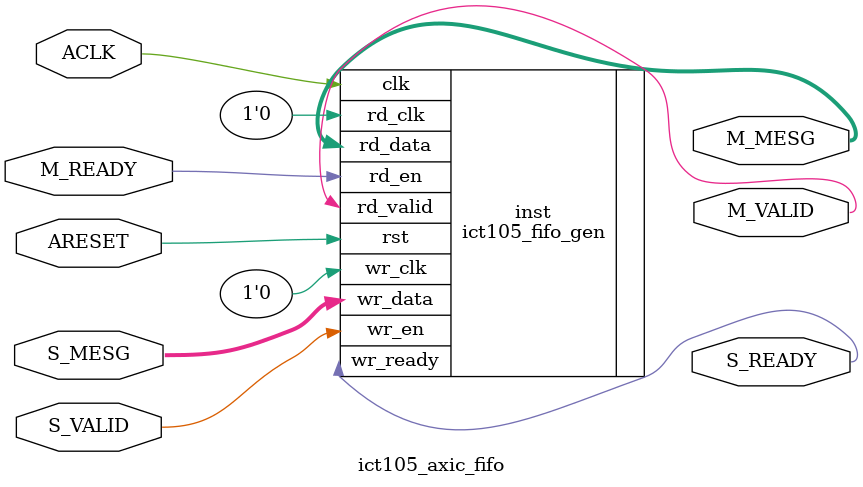
<source format=v>
`timescale 1ps/1ps


module ict105_axic_fifo #
  (
   parameter         C_FAMILY          = "virtex6",
   parameter integer C_FIFO_DEPTH_LOG  = 5,      // FIFO depth = 2**C_FIFO_DEPTH_LOG
                                                 // Range = [5:9] when TYPE="lut",
                                                 // Range = [5:12] when TYPE="bram",
   parameter integer C_FIFO_WIDTH      = 64,     // Width of payload [1:512]
   parameter         C_FIFO_TYPE       = "lut"   // "lut" = LUT (SRL) based,
                                                 // "bram" = BRAM based
   )
  (
   // Global inputs
   input  wire                        ACLK,    // Clock
   input  wire                        ARESET,  // Reset
   // Slave  Port
   input  wire [C_FIFO_WIDTH-1:0]     S_MESG,  // Payload (may be any set of channel signals)
   input  wire                        S_VALID, // FIFO push
   output wire                        S_READY, // FIFO not full
   // Master  Port
   output wire [C_FIFO_WIDTH-1:0]     M_MESG,  // Payload
   output wire                        M_VALID, // FIFO not empty
   input  wire                        M_READY  // FIFO pop
   );

  ict105_fifo_gen #(
     .C_FAMILY(C_FAMILY),
     .C_COMMON_CLOCK(1),
     .C_FIFO_DEPTH_LOG(C_FIFO_DEPTH_LOG),
     .C_FIFO_WIDTH(C_FIFO_WIDTH),
     .C_FIFO_TYPE(C_FIFO_TYPE))
   inst (
     .clk(ACLK),
     .rst(ARESET),
     .wr_clk(1'b0),
     .wr_en(S_VALID),
     .wr_ready(S_READY),
     .wr_data(S_MESG),
     .rd_clk(1'b0),
     .rd_en(M_READY),
     .rd_valid(M_VALID),
     .rd_data(M_MESG));

endmodule

</source>
